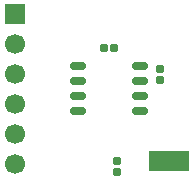
<source format=gbr>
%FSTAX23Y23*%
%MOIN*%
%SFA1B1*%

%IPPOS*%
%AMD25*
4,1,8,0.008400,0.012800,-0.008400,0.012800,-0.013800,0.007400,-0.013800,-0.007400,-0.008400,-0.012800,0.008400,-0.012800,0.013800,-0.007400,0.013800,0.007400,0.008400,0.012800,0.0*
1,1,0.010827,0.008400,0.007400*
1,1,0.010827,-0.008400,0.007400*
1,1,0.010827,-0.008400,-0.007400*
1,1,0.010827,0.008400,-0.007400*
%
%AMD26*
4,1,8,-0.012800,0.008400,-0.012800,-0.008400,-0.007400,-0.013800,0.007400,-0.013800,0.012800,-0.008400,0.012800,0.008400,0.007400,0.013800,-0.007400,0.013800,-0.012800,0.008400,0.0*
1,1,0.010827,-0.007400,0.008400*
1,1,0.010827,-0.007400,-0.008400*
1,1,0.010827,0.007400,-0.008400*
1,1,0.010827,0.007400,0.008400*
%
%ADD11R,0.135039X0.070079*%
G04~CAMADD=25~8~0.0~0.0~275.6~255.9~54.1~0.0~15~0.0~0.0~0.0~0.0~0~0.0~0.0~0.0~0.0~0~0.0~0.0~0.0~0.0~275.6~255.9*
%ADD25D25*%
G04~CAMADD=26~8~0.0~0.0~275.6~255.9~54.1~0.0~15~0.0~0.0~0.0~0.0~0~0.0~0.0~0.0~0.0~0~0.0~0.0~0.0~90.0~256.0~276.0*
%ADD26D26*%
%ADD27O,0.055118X0.027559*%
%ADD28R,0.066929X0.066929*%
%ADD29C,0.066929*%
%LNpcb1_soldermask_top-1*%
%LPD*%
G54D11*
X002Y-0024D03*
G54D25*
X00025Y-00242D03*
Y-00277D03*
X0017Y0003D03*
Y00065D03*
G54D26*
X00017Y00135D03*
X-00017D03*
G54D27*
X-00103Y00075D03*
Y00025D03*
Y-00025D03*
Y-00075D03*
X00103Y00075D03*
Y00025D03*
Y-00025D03*
Y-00075D03*
G54D28*
X-00315Y0025D03*
G54D29*
X-00315Y0015D03*
Y0005D03*
Y-0005D03*
Y-0015D03*
Y-0025D03*
M02*
</source>
